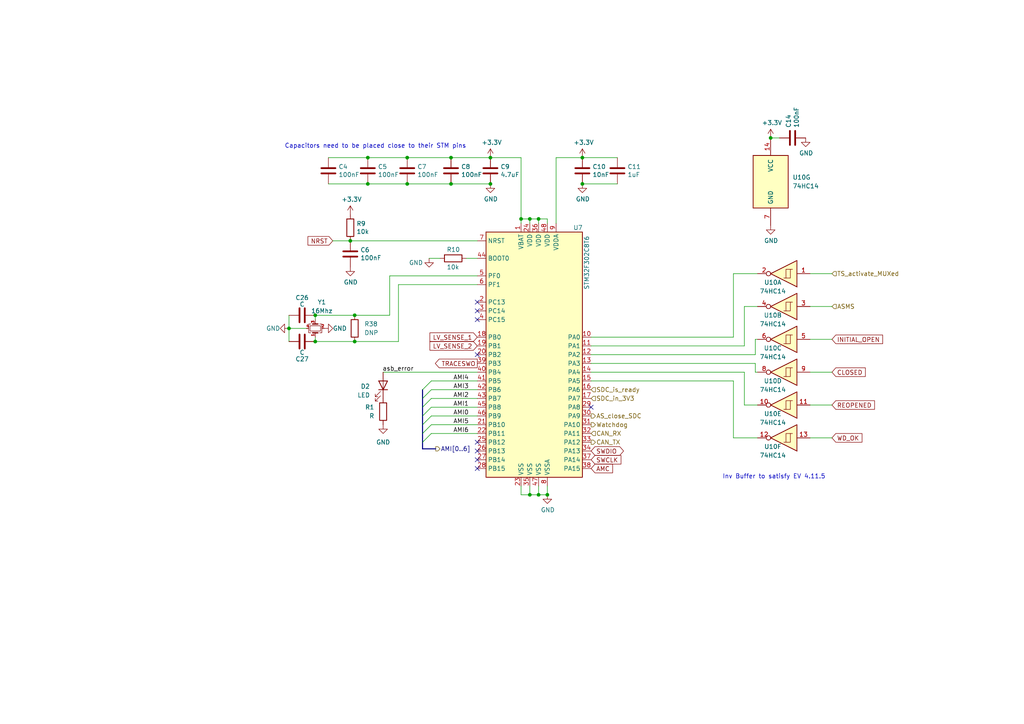
<source format=kicad_sch>
(kicad_sch (version 20211123) (generator eeschema)
  (paper "A4")
  (title_block (title "SDCL - CU") (date "2021-12-16") (rev "v1.0") (company "FaSTTUBe - Formula Student Team TU Berlin") (comment 1 "Car 113") (comment 2 "EBS Electronics") (comment 3 "CU for CAN Bus connection to supervisor"))
  (lib_symbols
    (symbol "74xx:74HC14" (pin_names (offset 1.016))
      (property "Reference" "U" (at 0 1.27 0))
      (property "Value" "74HC14" (at 0 -1.27 0))
      (symbol "74HC14_1_0"
        (polyline (pts (xy -3.81 3.81) (xy -3.81 -3.81) (xy 3.81 0) (xy -3.81 3.81)) (stroke (width 0.254)) (fill (type background)))
        (pin input line (at -7.62 0 0) (length 3.81) (name "~") (number "1"))
        (pin output inverted (at 7.62 0 180) (length 3.81) (name "~") (number "2"))
      )
      (symbol "74HC14_1_1"
        (polyline (pts (xy -1.905 -1.27) (xy -1.905 1.27) (xy -0.635 1.27)))
        (polyline (pts (xy -2.54 -1.27) (xy -0.635 -1.27) (xy -0.635 1.27) (xy 0 1.27)))
      )
      (symbol "74HC14_2_0"
        (polyline (pts (xy -3.81 3.81) (xy -3.81 -3.81) (xy 3.81 0) (xy -3.81 3.81)) (stroke (width 0.254)) (fill (type background)))
        (pin input line (at -7.62 0 0) (length 3.81) (name "~") (number "3"))
        (pin output inverted (at 7.62 0 180) (length 3.81) (name "~") (number "4"))
      )
      (symbol "74HC14_2_1"
        (polyline (pts (xy -1.905 -1.27) (xy -1.905 1.27) (xy -0.635 1.27)))
        (polyline (pts (xy -2.54 -1.27) (xy -0.635 -1.27) (xy -0.635 1.27) (xy 0 1.27)))
      )
      (symbol "74HC14_3_0"
        (polyline (pts (xy -3.81 3.81) (xy -3.81 -3.81) (xy 3.81 0) (xy -3.81 3.81)) (stroke (width 0.254)) (fill (type background)))
        (pin input line (at -7.62 0 0) (length 3.81) (name "~") (number "5"))
        (pin output inverted (at 7.62 0 180) (length 3.81) (name "~") (number "6"))
      )
      (symbol "74HC14_3_1"
        (polyline (pts (xy -1.905 -1.27) (xy -1.905 1.27) (xy -0.635 1.27)))
        (polyline (pts (xy -2.54 -1.27) (xy -0.635 -1.27) (xy -0.635 1.27) (xy 0 1.27)))
      )
      (symbol "74HC14_4_0"
        (polyline (pts (xy -3.81 3.81) (xy -3.81 -3.81) (xy 3.81 0) (xy -3.81 3.81)) (stroke (width 0.254)) (fill (type background)))
        (pin output inverted (at 7.62 0 180) (length 3.81) (name "~") (number "8"))
        (pin input line (at -7.62 0 0) (length 3.81) (name "~") (number "9"))
      )
      (symbol "74HC14_4_1"
        (polyline (pts (xy -1.905 -1.27) (xy -1.905 1.27) (xy -0.635 1.27)))
        (polyline (pts (xy -2.54 -1.27) (xy -0.635 -1.27) (xy -0.635 1.27) (xy 0 1.27)))
      )
      (symbol "74HC14_5_0"
        (polyline (pts (xy -3.81 3.81) (xy -3.81 -3.81) (xy 3.81 0) (xy -3.81 3.81)) (stroke (width 0.254)) (fill (type background)))
        (pin output inverted (at 7.62 0 180) (length 3.81) (name "~") (number "10"))
        (pin input line (at -7.62 0 0) (length 3.81) (name "~") (number "11"))
      )
      (symbol "74HC14_5_1"
        (polyline (pts (xy -1.905 -1.27) (xy -1.905 1.27) (xy -0.635 1.27)))
        (polyline (pts (xy -2.54 -1.27) (xy -0.635 -1.27) (xy -0.635 1.27) (xy 0 1.27)))
      )
      (symbol "74HC14_6_0"
        (polyline (pts (xy -3.81 3.81) (xy -3.81 -3.81) (xy 3.81 0) (xy -3.81 3.81)) (stroke (width 0.254)) (fill (type background)))
        (pin output inverted (at 7.62 0 180) (length 3.81) (name "~") (number "12"))
        (pin input line (at -7.62 0 0) (length 3.81) (name "~") (number "13"))
      )
      (symbol "74HC14_6_1"
        (polyline (pts (xy -1.905 -1.27) (xy -1.905 1.27) (xy -0.635 1.27)))
        (polyline (pts (xy -2.54 -1.27) (xy -0.635 -1.27) (xy -0.635 1.27) (xy 0 1.27)))
      )
      (symbol "74HC14_7_0"
        (pin power_in line (at 0 12.7 270) (length 5.08) (name "VCC") (number "14"))
        (pin power_in line (at 0 -12.7 90) (length 5.08) (name "GND") (number "7"))
      )
      (symbol "74HC14_7_1"
        (rectangle (start -5.08 7.62) (end 5.08 -7.62) (stroke (width 0.254)) (fill (type background)))
      )
    )
    (symbol "Device:C" (pin_numbers hide) (pin_names (offset 0.254))
      (property "Reference" "C" (at 0.635 2.54 0))
      (property "Value" "C" (at 0.635 -2.54 0))
      (symbol "C_0_1"
        (polyline (pts (xy -2.032 -0.762) (xy 2.032 -0.762)) (stroke (width 0.508)))
        (polyline (pts (xy -2.032 0.762) (xy 2.032 0.762)) (stroke (width 0.508)))
      )
      (symbol "C_1_1"
        (pin passive line (at 0 3.81 270) (length 2.794) (name "~") (number "1"))
        (pin passive line (at 0 -3.81 90) (length 2.794) (name "~") (number "2"))
      )
    )
    (symbol "Device:Crystal_GND24_Small" (pin_names (offset 1.016) hide)
      (property "Reference" "Y" (at 1.27 4.445 0))
      (property "Value" "Crystal_GND24_Small" (at 1.27 2.54 0))
      (symbol "Crystal_GND24_Small_0_1"
        (rectangle (start -0.762 -1.524) (end 0.762 1.524))
        (polyline (pts (xy -1.27 -0.762) (xy -1.27 0.762)) (stroke (width 0.381)))
        (polyline (pts (xy 1.27 -0.762) (xy 1.27 0.762)) (stroke (width 0.381)))
        (polyline (pts (xy -1.27 -1.27) (xy -1.27 -1.905) (xy 1.27 -1.905) (xy 1.27 -1.27)))
        (polyline (pts (xy -1.27 1.27) (xy -1.27 1.905) (xy 1.27 1.905) (xy 1.27 1.27)))
      )
      (symbol "Crystal_GND24_Small_1_1"
        (pin passive line (at -2.54 0 0) (length 1.27) (name "1") (number "1"))
        (pin passive line (at 0 -2.54 90) (length 0.635) (name "2") (number "2"))
        (pin passive line (at 2.54 0 180) (length 1.27) (name "3") (number "3"))
        (pin passive line (at 0 2.54 270) (length 0.635) (name "4") (number "4"))
      )
    )
    (symbol "Device:LED" (pin_numbers hide) (pin_names (offset 1.016) hide)
      (property "Reference" "D" (at 0 2.54 0))
      (property "Value" "LED" (at 0 -2.54 0))
      (symbol "LED_0_1"
        (polyline (pts (xy -1.27 -1.27) (xy -1.27 1.27)) (stroke (width 0.254)))
        (polyline (pts (xy -1.27 0) (xy 1.27 0)))
        (polyline (pts (xy 1.27 -1.27) (xy 1.27 1.27) (xy -1.27 0) (xy 1.27 -1.27)) (stroke (width 0.254)))
        (polyline (pts (xy -3.048 -0.762) (xy -4.572 -2.286) (xy -3.81 -2.286) (xy -4.572 -2.286) (xy -4.572 -1.524)))
        (polyline (pts (xy -1.778 -0.762) (xy -3.302 -2.286) (xy -2.54 -2.286) (xy -3.302 -2.286) (xy -3.302 -1.524)))
      )
      (symbol "LED_1_1"
        (pin passive line (at -3.81 0 0) (length 2.54) (name "K") (number "1"))
        (pin passive line (at 3.81 0 180) (length 2.54) (name "A") (number "2"))
      )
    )
    (symbol "Device:R" (pin_numbers hide) (pin_names (offset 0))
      (property "Reference" "R" (at 2.032 0 90))
      (property "Value" "R" (at 0 0 90))
      (symbol "R_0_1"
        (rectangle (start -1.016 -2.54) (end 1.016 2.54) (stroke (width 0.254)))
      )
      (symbol "R_1_1"
        (pin passive line (at 0 3.81 270) (length 1.27) (name "~") (number "1"))
        (pin passive line (at 0 -3.81 90) (length 1.27) (name "~") (number "2"))
      )
    )
    (symbol "MCU_ST_STM32F3:STM32F302C8Tx"
      (property "Reference" "U" (at -15.24 36.83 0))
      (property "Value" "STM32F302C8Tx" (at 7.62 36.83 0))
      (symbol "STM32F302C8Tx_0_1"
        (rectangle (start -15.24 -35.56) (end 12.7 35.56) (stroke (width 0.254)) (fill (type background)))
      )
      (symbol "STM32F302C8Tx_1_1"
        (pin power_in line (at -5.08 38.1 270) (length 2.54) (name "VBAT") (number "1"))
        (pin bidirectional line (at 15.24 5.08 180) (length 2.54) (name "PA0") (number "10"))
        (pin bidirectional line (at 15.24 2.54 180) (length 2.54) (name "PA1") (number "11"))
        (pin bidirectional line (at 15.24 0 180) (length 2.54) (name "PA2") (number "12"))
        (pin bidirectional line (at 15.24 -2.54 180) (length 2.54) (name "PA3") (number "13"))
        (pin bidirectional line (at 15.24 -5.08 180) (length 2.54) (name "PA4") (number "14"))
        (pin bidirectional line (at 15.24 -7.62 180) (length 2.54) (name "PA5") (number "15"))
        (pin bidirectional line (at 15.24 -10.16 180) (length 2.54) (name "PA6") (number "16"))
        (pin bidirectional line (at 15.24 -12.7 180) (length 2.54) (name "PA7") (number "17"))
        (pin bidirectional line (at -17.78 5.08 0) (length 2.54) (name "PB0") (number "18"))
        (pin bidirectional line (at -17.78 2.54 0) (length 2.54) (name "PB1") (number "19"))
        (pin bidirectional line (at -17.78 15.24 0) (length 2.54) (name "PC13") (number "2"))
        (pin bidirectional line (at -17.78 0 0) (length 2.54) (name "PB2") (number "20"))
        (pin bidirectional line (at -17.78 -20.32 0) (length 2.54) (name "PB10") (number "21"))
        (pin bidirectional line (at -17.78 -22.86 0) (length 2.54) (name "PB11") (number "22"))
        (pin power_in line (at -5.08 -38.1 90) (length 2.54) (name "VSS") (number "23"))
        (pin power_in line (at -2.54 38.1 270) (length 2.54) (name "VDD") (number "24"))
        (pin bidirectional line (at -17.78 -25.4 0) (length 2.54) (name "PB12") (number "25"))
        (pin bidirectional line (at -17.78 -27.94 0) (length 2.54) (name "PB13") (number "26"))
        (pin bidirectional line (at -17.78 -30.48 0) (length 2.54) (name "PB14") (number "27"))
        (pin bidirectional line (at -17.78 -33.02 0) (length 2.54) (name "PB15") (number "28"))
        (pin bidirectional line (at 15.24 -15.24 180) (length 2.54) (name "PA8") (number "29"))
        (pin bidirectional line (at -17.78 12.7 0) (length 2.54) (name "PC14") (number "3"))
        (pin bidirectional line (at 15.24 -17.78 180) (length 2.54) (name "PA9") (number "30"))
        (pin bidirectional line (at 15.24 -20.32 180) (length 2.54) (name "PA10") (number "31"))
        (pin bidirectional line (at 15.24 -22.86 180) (length 2.54) (name "PA11") (number "32"))
        (pin bidirectional line (at 15.24 -25.4 180) (length 2.54) (name "PA12") (number "33"))
        (pin bidirectional line (at 15.24 -27.94 180) (length 2.54) (name "PA13") (number "34"))
        (pin power_in line (at -2.54 -38.1 90) (length 2.54) (name "VSS") (number "35"))
        (pin power_in line (at 0 38.1 270) (length 2.54) (name "VDD") (number "36"))
        (pin bidirectional line (at 15.24 -30.48 180) (length 2.54) (name "PA14") (number "37"))
        (pin bidirectional line (at 15.24 -33.02 180) (length 2.54) (name "PA15") (number "38"))
        (pin bidirectional line (at -17.78 -2.54 0) (length 2.54) (name "PB3") (number "39"))
        (pin bidirectional line (at -17.78 10.16 0) (length 2.54) (name "PC15") (number "4"))
        (pin bidirectional line (at -17.78 -5.08 0) (length 2.54) (name "PB4") (number "40"))
        (pin bidirectional line (at -17.78 -7.62 0) (length 2.54) (name "PB5") (number "41"))
        (pin bidirectional line (at -17.78 -10.16 0) (length 2.54) (name "PB6") (number "42"))
        (pin bidirectional line (at -17.78 -12.7 0) (length 2.54) (name "PB7") (number "43"))
        (pin input line (at -17.78 27.94 0) (length 2.54) (name "BOOT0") (number "44"))
        (pin bidirectional line (at -17.78 -15.24 0) (length 2.54) (name "PB8") (number "45"))
        (pin bidirectional line (at -17.78 -17.78 0) (length 2.54) (name "PB9") (number "46"))
        (pin power_in line (at 0 -38.1 90) (length 2.54) (name "VSS") (number "47"))
        (pin power_in line (at 2.54 38.1 270) (length 2.54) (name "VDD") (number "48"))
        (pin input line (at -17.78 22.86 0) (length 2.54) (name "PF0") (number "5"))
        (pin input line (at -17.78 20.32 0) (length 2.54) (name "PF1") (number "6"))
        (pin input line (at -17.78 33.02 0) (length 2.54) (name "NRST") (number "7"))
        (pin power_in line (at 2.54 -38.1 90) (length 2.54) (name "VSSA") (number "8"))
        (pin power_in line (at 5.08 38.1 270) (length 2.54) (name "VDDA") (number "9"))
      )
    )
    (symbol "power:+3.3V" (power) (pin_names (offset 0))
      (property "Value" "+3.3V" (at 0 3.556 0))
      (symbol "+3.3V_0_1"
        (polyline (pts (xy -0.762 1.27) (xy 0 2.54)))
        (polyline (pts (xy 0 0) (xy 0 2.54)))
        (polyline (pts (xy 0 2.54) (xy 0.762 1.27)))
      )
      (symbol "+3.3V_1_1"
        (pin power_in line (at 0 0 90) (length 0) hide (name "+3.3V") (number "1"))
      )
    )
    (symbol "power:GND" (power) (pin_names (offset 0))
      (property "Value" "GND" (at 0 -3.81 0))
      (symbol "GND_0_1"
        (polyline (pts (xy 0 0) (xy 0 -1.27) (xy 1.27 -1.27) (xy 0 -2.54) (xy -1.27 -1.27) (xy 0 -1.27)))
      )
      (symbol "GND_1_1"
        (pin power_in line (at 0 0 270) (length 0) hide (name "GND") (number "1"))
      )
    )
  )
  (junction (at 223.52 40.005))
  (junction (at 106.68 45.72))
  (junction (at 142.24 53.34))
  (junction (at 83.82 95.25))
  (junction (at 102.87 91.44))
  (junction (at 118.11 45.72))
  (junction (at 118.11 53.34))
  (junction (at 106.68 53.34))
  (junction (at 153.67 63.5))
  (junction (at 168.91 45.72))
  (junction (at 130.81 53.34))
  (junction (at 102.87 99.06))
  (junction (at 91.44 99.06))
  (junction (at 142.24 45.72))
  (junction (at 158.75 143.51))
  (junction (at 101.6 69.85))
  (junction (at 156.21 63.5))
  (junction (at 153.67 143.51))
  (junction (at 151.13 63.5))
  (junction (at 130.81 45.72))
  (junction (at 156.21 143.51))
  (junction (at 91.44 91.44))
  (junction (at 168.91 53.34))
  (no_connect (at 138.43 133.35))
  (no_connect (at 138.43 92.71))
  (no_connect (at 138.43 87.63))
  (no_connect (at 138.43 128.27))
  (no_connect (at 171.45 118.11))
  (no_connect (at 138.43 90.17))
  (no_connect (at 138.43 102.87))
  (no_connect (at 138.43 130.81))
  (no_connect (at 138.43 135.89))
  (bus_entry (at 122.555 118.11) (size 2.54 -2.54))
  (bus_entry (at 122.555 120.65) (size 2.54 -2.54))
  (bus_entry (at 122.555 123.19) (size 2.54 -2.54))
  (bus_entry (at 122.555 125.73) (size 2.54 -2.54))
  (bus_entry (at 122.555 128.27) (size 2.54 -2.54))
  (bus_entry (at 122.555 113.03) (size 2.54 -2.54))
  (bus_entry (at 122.555 115.57) (size 2.54 -2.54))
  (wire (pts (xy 153.67 63.5) (xy 153.67 64.77)))
  (wire (pts (xy 212.725 79.375) (xy 219.71 79.375)))
  (wire (pts (xy 127.635 74.93) (xy 124.46 74.93)))
  (wire (pts (xy 158.75 63.5) (xy 156.21 63.5)))
  (wire (pts (xy 161.29 45.72) (xy 161.29 64.77)))
  (wire (pts (xy 125.095 120.65) (xy 138.43 120.65)))
  (wire (pts (xy 153.67 140.97) (xy 153.67 143.51)))
  (wire (pts (xy 219.71 88.9) (xy 215.9 88.9)))
  (wire (pts (xy 156.21 140.97) (xy 156.21 143.51)))
  (wire (pts (xy 158.75 64.77) (xy 158.75 63.5)))
  (wire (pts (xy 158.75 143.51) (xy 156.21 143.51)))
  (wire (pts (xy 219.075 98.425) (xy 219.075 102.87)))
  (wire (pts (xy 130.81 53.34) (xy 142.24 53.34)))
  (wire (pts (xy 115.57 82.55) (xy 115.57 99.06)))
  (wire (pts (xy 125.095 118.11) (xy 138.43 118.11)))
  (bus (pts (xy 122.555 113.03) (xy 122.555 115.57)))
  (wire (pts (xy 168.91 53.34) (xy 179.07 53.34)))
  (wire (pts (xy 219.075 98.425) (xy 219.71 98.425)))
  (wire (pts (xy 142.24 45.72) (xy 151.13 45.72)))
  (wire (pts (xy 96.52 69.85) (xy 101.6 69.85)))
  (wire (pts (xy 91.44 91.44) (xy 102.87 91.44)))
  (wire (pts (xy 83.82 95.25) (xy 88.9 95.25)))
  (wire (pts (xy 156.21 63.5) (xy 153.67 63.5)))
  (bus (pts (xy 122.555 130.175) (xy 126.365 130.175)))
  (wire (pts (xy 91.44 92.71) (xy 91.44 91.44)))
  (wire (pts (xy 212.725 127) (xy 212.725 110.49)))
  (bus (pts (xy 122.555 128.27) (xy 122.555 130.175)))
  (bus (pts (xy 122.555 118.11) (xy 122.555 120.65)))
  (wire (pts (xy 113.03 80.01) (xy 138.43 80.01)))
  (wire (pts (xy 125.095 125.73) (xy 138.43 125.73)))
  (wire (pts (xy 219.075 107.95) (xy 219.075 105.41)))
  (wire (pts (xy 234.95 127) (xy 241.3 127)))
  (wire (pts (xy 226.06 40.005) (xy 223.52 40.005)))
  (wire (pts (xy 161.29 45.72) (xy 168.91 45.72)))
  (wire (pts (xy 113.03 91.44) (xy 113.03 80.01)))
  (bus (pts (xy 122.555 115.57) (xy 122.555 118.11)))
  (wire (pts (xy 219.71 117.475) (xy 215.9 117.475)))
  (wire (pts (xy 171.45 97.79) (xy 212.725 97.79)))
  (wire (pts (xy 101.6 69.85) (xy 138.43 69.85)))
  (wire (pts (xy 158.75 140.97) (xy 158.75 143.51)))
  (wire (pts (xy 219.075 102.87) (xy 171.45 102.87)))
  (wire (pts (xy 215.9 100.33) (xy 171.45 100.33)))
  (wire (pts (xy 125.095 115.57) (xy 138.43 115.57)))
  (wire (pts (xy 115.57 82.55) (xy 138.43 82.55)))
  (wire (pts (xy 212.725 97.79) (xy 212.725 79.375)))
  (wire (pts (xy 138.43 107.95) (xy 111.125 107.95)))
  (wire (pts (xy 168.91 45.72) (xy 179.07 45.72)))
  (bus (pts (xy 122.555 123.19) (xy 122.555 125.73)))
  (wire (pts (xy 156.21 143.51) (xy 153.67 143.51)))
  (wire (pts (xy 215.9 88.9) (xy 215.9 100.33)))
  (wire (pts (xy 125.095 110.49) (xy 138.43 110.49)))
  (bus (pts (xy 122.555 125.73) (xy 122.555 128.27)))
  (wire (pts (xy 215.9 117.475) (xy 215.9 107.95)))
  (wire (pts (xy 234.95 117.475) (xy 241.3 117.475)))
  (wire (pts (xy 234.95 107.95) (xy 241.3 107.95)))
  (wire (pts (xy 219.075 105.41) (xy 171.45 105.41)))
  (bus (pts (xy 122.555 120.65) (xy 122.555 123.19)))
  (wire (pts (xy 125.095 123.19) (xy 138.43 123.19)))
  (wire (pts (xy 125.095 113.03) (xy 138.43 113.03)))
  (wire (pts (xy 135.255 74.93) (xy 138.43 74.93)))
  (wire (pts (xy 234.95 98.425) (xy 241.3 98.425)))
  (wire (pts (xy 219.075 107.95) (xy 219.71 107.95)))
  (wire (pts (xy 83.82 91.44) (xy 83.82 95.25)))
  (wire (pts (xy 95.25 53.34) (xy 106.68 53.34)))
  (wire (pts (xy 91.44 97.79) (xy 91.44 99.06)))
  (wire (pts (xy 151.13 140.97) (xy 151.13 143.51)))
  (wire (pts (xy 106.68 45.72) (xy 118.11 45.72)))
  (wire (pts (xy 219.71 127) (xy 212.725 127)))
  (wire (pts (xy 151.13 143.51) (xy 153.67 143.51)))
  (wire (pts (xy 106.68 53.34) (xy 118.11 53.34)))
  (wire (pts (xy 215.9 107.95) (xy 171.45 107.95)))
  (wire (pts (xy 83.82 95.25) (xy 83.82 99.06)))
  (wire (pts (xy 91.44 99.06) (xy 102.87 99.06)))
  (wire (pts (xy 102.87 91.44) (xy 113.03 91.44)))
  (wire (pts (xy 234.95 79.375) (xy 241.3 79.375)))
  (wire (pts (xy 234.95 88.9) (xy 241.3 88.9)))
  (wire (pts (xy 106.68 45.72) (xy 95.25 45.72)))
  (wire (pts (xy 212.725 110.49) (xy 171.45 110.49)))
  (wire (pts (xy 151.13 63.5) (xy 151.13 64.77)))
  (wire (pts (xy 151.13 45.72) (xy 151.13 63.5)))
  (wire (pts (xy 118.11 53.34) (xy 130.81 53.34)))
  (wire (pts (xy 156.21 64.77) (xy 156.21 63.5)))
  (wire (pts (xy 153.67 63.5) (xy 151.13 63.5)))
  (wire (pts (xy 102.87 99.06) (xy 115.57 99.06)))
  (wire (pts (xy 118.11 45.72) (xy 130.81 45.72)))
  (wire (pts (xy 130.81 45.72) (xy 142.24 45.72)))
  (text "Capacitors need to be placed close to their STM pins" (at 82.55 43.18 0) (effects (font (size 1.27 1.27)) (justify left bottom)))
  (text "Inv Buffer to satisfy EV 4.11.5" (at 209.55 139.065 0) (effects (font (size 1.27 1.27)) (justify left bottom)))
  (label "AMI3" (at 131.445 113.03 0))
  (label "AMI4" (at 131.445 110.49 0))
  (label "AMI2" (at 131.445 115.57 0))
  (label "AMI0" (at 131.445 120.65 0))
  (label "AMI6" (at 131.445 125.73 0))
  (label "AMI5" (at 131.445 123.19 0))
  (label "AMI1" (at 131.445 118.11 0))
  (label "asb_error" (at 120.015 107.95 180))
  (global_label "REOPENED" (shape input) (at 241.3 117.475 0) (property "Intersheet References" "${INTERSHEET_REFS}" (effects hide)))
  (global_label "CLOSED" (shape input) (at 241.3 107.95 0) (property "Intersheet References" "${INTERSHEET_REFS}" (effects hide)))
  (global_label "WD_OK" (shape input) (at 241.3 127 0) (property "Intersheet References" "${INTERSHEET_REFS}" (effects hide)))
  (global_label "LV_SENSE_2" (shape input) (at 138.43 100.33 180) (property "Intersheet References" "${INTERSHEET_REFS}" (effects hide)))
  (global_label "LV_SENSE_1" (shape input) (at 138.43 97.79 180) (property "Intersheet References" "${INTERSHEET_REFS}" (effects hide)))
  (global_label "SWDIO" (shape bidirectional) (at 171.45 130.81 0) (property "Intersheet References" "${INTERSHEET_REFS}" (effects hide)))
  (global_label "INITIAL_OPEN" (shape input) (at 241.3 98.425 0) (property "Intersheet References" "${INTERSHEET_REFS}" (effects hide)))
  (global_label "NRST" (shape input) (at 96.52 69.85 180) (property "Intersheet References" "${INTERSHEET_REFS}" (effects hide)))
  (global_label "AMC" (shape input) (at 171.45 135.89 0) (property "Intersheet References" "${INTERSHEET_REFS}" (effects hide)))
  (global_label "TRACESWO" (shape output) (at 138.43 105.41 180) (property "Intersheet References" "${INTERSHEET_REFS}" (effects hide)))
  (global_label "SWCLK" (shape input) (at 171.45 133.35 0) (property "Intersheet References" "${INTERSHEET_REFS}" (effects hide)))
  (hierarchical_label "SDC_is_ready" (shape input) (at 171.45 113.03 0))
  (hierarchical_label "CAN_RX" (shape input) (at 171.45 125.73 0))
  (hierarchical_label "CAN_TX" (shape output) (at 171.45 128.27 0))
  (hierarchical_label "ASMS" (shape input) (at 241.3 88.9 0))
  (hierarchical_label "AS_close_SDC" (shape output) (at 171.45 120.65 0))
  (hierarchical_label "TS_activate_MUXed" (shape input) (at 241.3 79.375 0))
  (hierarchical_label "Watchdog" (shape output) (at 171.45 123.19 0))
  (hierarchical_label "SDC_in_3V3" (shape input) (at 171.45 115.57 0))
  (hierarchical_label "AMI[0..6]" (shape output) (at 126.365 130.175 0))
  (symbol (lib_id "Device:C") (at 130.81 49.53 0) (unit 1)
    (property "Reference" "C8" (at 133.731 48.3616 0) (effects (justify left)))
    (property "Value" "100nF" (at 133.731 50.673 0) (effects (justify left)))
    (property "Footprint" "Capacitor_SMD:C_0603_1608Metric_Pad1.08x0.95mm_HandSolder" (effects hide))
  )
  (symbol (lib_id "Device:C") (at 142.24 49.53 0) (unit 1)
    (property "Reference" "C9" (at 145.161 48.3616 0) (effects (justify left)))
    (property "Value" "4.7uF" (at 145.161 50.673 0) (effects (justify left)))
    (property "Footprint" "Capacitor_SMD:C_0603_1608Metric_Pad1.08x0.95mm_HandSolder" (effects hide))
  )
  (symbol (lib_id "Device:C") (at 118.11 49.53 0) (unit 1)
    (property "Reference" "C7" (at 121.031 48.3616 0) (effects (justify left)))
    (property "Value" "100nF" (at 121.031 50.673 0) (effects (justify left)))
    (property "Footprint" "Capacitor_SMD:C_0603_1608Metric_Pad1.08x0.95mm_HandSolder" (effects hide))
  )
  (symbol (lib_id "Device:C") (at 106.68 49.53 0) (unit 1)
    (property "Reference" "C5" (at 109.601 48.3616 0) (effects (justify left)))
    (property "Value" "100nF" (at 109.601 50.673 0) (effects (justify left)))
    (property "Footprint" "Capacitor_SMD:C_0603_1608Metric_Pad1.08x0.95mm_HandSolder" (effects hide))
  )
  (symbol (lib_id "Device:C") (at 95.25 49.53 0) (unit 1)
    (property "Reference" "C4" (at 98.171 48.3616 0) (effects (justify left)))
    (property "Value" "100nF" (at 98.171 50.673 0) (effects (justify left)))
    (property "Footprint" "Capacitor_SMD:C_0603_1608Metric_Pad1.08x0.95mm_HandSolder" (effects hide))
  )
  (symbol (lib_id "power:GND") (at 142.24 53.34 0) (unit 1)
    (property "Reference" "#PWR0133" (effects hide))
    (property "Value" "GND" (at 142.367 57.7342 0))
  )
  (symbol (lib_id "power:GND") (at 158.75 143.51 0) (unit 1)
    (property "Reference" "#PWR0140" (effects hide))
    (property "Value" "GND" (at 158.877 147.9042 0))
  )
  (symbol (lib_id "Device:C") (at 168.91 49.53 0) (unit 1)
    (property "Reference" "C10" (at 171.831 48.3616 0) (effects (justify left)))
    (property "Value" "10nF" (at 171.831 50.673 0) (effects (justify left)))
    (property "Footprint" "Capacitor_SMD:C_0603_1608Metric_Pad1.08x0.95mm_HandSolder" (effects hide))
  )
  (symbol (lib_id "Device:C") (at 179.07 49.53 0) (unit 1)
    (property "Reference" "C11" (at 181.991 48.3616 0) (effects (justify left)))
    (property "Value" "1uF" (at 181.991 50.673 0) (effects (justify left)))
    (property "Footprint" "Capacitor_SMD:C_0603_1608Metric_Pad1.08x0.95mm_HandSolder" (effects hide))
  )
  (symbol (lib_id "power:GND") (at 168.91 53.34 0) (unit 1)
    (property "Reference" "#PWR0134" (effects hide))
    (property "Value" "GND" (at 169.037 57.7342 0))
  )
  (symbol (lib_id "Device:R") (at 131.445 74.93 270) (unit 1)
    (property "Reference" "R10" (at 129.54 72.39 90) (effects (justify left)))
    (property "Value" "10k" (at 129.54 77.47 90) (effects (justify left)))
    (property "Footprint" "Resistor_SMD:R_0603_1608Metric_Pad0.98x0.95mm_HandSolder" (effects hide))
  )
  (symbol (lib_id "MCU_ST_STM32F3:STM32F302C8Tx") (at 156.21 102.87 0) (unit 1)
    (property "Reference" "U7" (at 167.64 66.04 0))
    (property "Value" "STM32F302C8T6" (at 170.18 76.2 90))
    (property "Footprint" "Package_QFP:LQFP-48_7x7mm_P0.5mm" (effects hide))
    (property "Datasheet" "http://www.st.com/st-web-ui/static/active/en/resource/technical/document/datasheet/DM00093333.pdf" (effects hide))
  )
  (symbol (lib_id "power:GND") (at 124.46 74.93 0) (unit 1)
    (property "Reference" "#PWR0136" (effects hide))
    (property "Value" "GND" (at 120.65 76.2 0))
  )
  (symbol (lib_id "Device:R") (at 101.6 66.04 0) (unit 1)
    (property "Reference" "R9" (at 103.378 64.8716 0) (effects (justify left)))
    (property "Value" "10k" (at 103.378 67.183 0) (effects (justify left)))
    (property "Footprint" "Resistor_SMD:R_0603_1608Metric_Pad0.98x0.95mm_HandSolder" (effects hide))
  )
  (symbol (lib_id "Device:C") (at 101.6 73.66 0) (unit 1)
    (property "Reference" "C6" (at 104.521 72.4916 0) (effects (justify left)))
    (property "Value" "100nF" (at 104.521 74.803 0) (effects (justify left)))
    (property "Footprint" "Capacitor_SMD:C_0603_1608Metric_Pad1.08x0.95mm_HandSolder" (effects hide))
  )
  (symbol (lib_id "power:GND") (at 101.6 77.47 0) (unit 1)
    (property "Reference" "#PWR0135" (effects hide))
    (property "Value" "GND" (at 101.727 81.8642 0))
  )
  (symbol (lib_id "power:+3.3V") (at 142.24 45.72 0) (unit 1)
    (property "Reference" "#PWR0137" (effects hide))
    (property "Value" "+3.3V" (at 142.621 41.3258 0))
  )
  (symbol (lib_id "power:+3.3V") (at 168.91 45.72 0) (unit 1)
    (property "Reference" "#PWR0138" (effects hide))
    (property "Value" "+3.3V" (at 169.291 41.3258 0))
  )
  (symbol (lib_id "power:+3.3V") (at 101.6 62.23 0) (unit 1)
    (property "Reference" "#PWR0139" (effects hide))
    (property "Value" "+3.3V" (at 101.981 57.8358 0))
  )
  (symbol (lib_id "power:GND") (at 93.98 95.25 90) (unit 1)
    (property "Reference" "#PWR0166" (effects hide))
    (property "Value" "GND" (at 96.52 95.25 90) (effects (justify right)))
  )
  (symbol (lib_id "Device:C") (at 87.63 91.44 90) (unit 1)
    (property "Reference" "C26" (at 87.63 86.36 90))
    (property "Value" "C" (at 87.63 88.265 90))
    (property "Footprint" "Capacitor_SMD:C_0603_1608Metric" (effects hide))
  )
  (symbol (lib_id "74xx:74HC14") (at 227.33 127 180) (unit 6)
    (property "Reference" "U10" (at 224.155 129.54 0))
    (property "Value" "74HC14" (at 224.155 132.08 0))
    (property "Footprint" "Package_SO:SOIC-14_3.9x8.7mm_P1.27mm" (effects hide))
    (property "Datasheet" "http://www.ti.com/lit/gpn/sn74HC14" (effects hide))
  )
  (symbol (lib_id "74xx:74HC14") (at 223.52 52.705 0) (unit 7)
    (property "Reference" "U10" (at 229.87 51.4349 0) (effects (justify left)))
    (property "Value" "74HC14" (at 229.87 53.9749 0) (effects (justify left)))
    (property "Footprint" "Package_SO:SOIC-14_3.9x8.7mm_P1.27mm" (effects hide))
    (property "Datasheet" "http://www.ti.com/lit/gpn/sn74HC14" (effects hide))
  )
  (symbol (lib_id "74xx:74HC14") (at 227.33 107.95 180) (unit 4)
    (property "Reference" "U10" (at 224.155 110.49 0))
    (property "Value" "74HC14" (at 224.155 113.03 0))
    (property "Footprint" "Package_SO:SOIC-14_3.9x8.7mm_P1.27mm" (effects hide))
    (property "Datasheet" "http://www.ti.com/lit/gpn/sn74HC14" (effects hide))
  )
  (symbol (lib_id "Device:Crystal_GND24_Small") (at 91.44 95.25 90) (unit 1)
    (property "Reference" "Y1" (at 93.345 87.63 90))
    (property "Value" "16Mhz" (at 93.345 90.17 90))
    (property "Footprint" "Crystal:Crystal_SMD_2520-4Pin_2.5x2.0mm" (effects hide))
  )
  (symbol (lib_id "power:GND") (at 223.52 65.405 0) (unit 1)
    (property "Reference" "#PWR03" (effects hide))
    (property "Value" "GND" (at 223.647 69.7992 0))
  )
  (symbol (lib_id "power:GND") (at 233.68 40.005 0) (unit 1)
    (property "Reference" "#PWR04" (effects hide))
    (property "Value" "GND" (at 233.807 44.3992 0))
  )
  (symbol (lib_id "74xx:74HC14") (at 227.33 98.425 180) (unit 3)
    (property "Reference" "U10" (at 224.155 100.965 0))
    (property "Value" "74HC14" (at 224.155 103.505 0))
    (property "Footprint" "Package_SO:SOIC-14_3.9x8.7mm_P1.27mm" (effects hide))
    (property "Datasheet" "http://www.ti.com/lit/gpn/sn74HC14" (effects hide))
  )
  (symbol (lib_id "Device:R") (at 102.87 95.25 0) (unit 1)
    (property "Reference" "R38" (at 105.664 93.9799 0) (effects (justify left)))
    (property "Value" "DNP" (at 105.664 96.5199 0) (effects (justify left)))
    (property "Footprint" "Resistor_SMD:R_0603_1608Metric" (effects hide))
  )
  (symbol (lib_id "power:GND") (at 83.82 95.25 270) (unit 1)
    (property "Reference" "#PWR0165" (effects hide))
    (property "Value" "GND" (at 81.28 95.25 90) (effects (justify right)))
  )
  (symbol (lib_id "Device:LED") (at 111.125 111.76 270) (mirror x) (unit 1)
    (property "Reference" "D2" (at 107.315 112.0774 90) (effects (justify right)))
    (property "Value" "LED" (at 107.315 114.6174 90) (effects (justify right)))
    (property "Footprint" "LED_THT:LED_D5.0mm_Clear" (effects hide))
  )
  (symbol (lib_id "Device:R") (at 111.125 119.38 0) (mirror y) (unit 1)
    (property "Reference" "R1" (at 108.585 118.1099 0) (effects (justify left)))
    (property "Value" "R" (at 108.585 120.6499 0) (effects (justify left)))
    (property "Footprint" "Resistor_SMD:R_0603_1608Metric_Pad0.98x0.95mm_HandSolder" (effects hide))
  )
  (symbol (lib_id "power:GND") (at 111.125 123.19 0) (mirror y) (unit 1)
    (property "Reference" "#PWR01" (effects hide))
    (property "Value" "GND" (at 111.125 128.27 0))
  )
  (symbol (lib_id "74xx:74HC14") (at 227.33 79.375 180) (unit 1)
    (property "Reference" "U10" (at 224.155 81.915 0))
    (property "Value" "74HC14" (at 224.155 84.455 0))
    (property "Footprint" "Package_SO:SOIC-14_3.9x8.7mm_P1.27mm" (effects hide))
    (property "Datasheet" "http://www.ti.com/lit/gpn/sn74HC14" (effects hide))
  )
  (symbol (lib_id "Device:C") (at 87.63 99.06 90) (unit 1)
    (property "Reference" "C27" (at 87.63 104.14 90))
    (property "Value" "C" (at 87.63 102.235 90))
    (property "Footprint" "Capacitor_SMD:C_0603_1608Metric" (effects hide))
  )
  (symbol (lib_id "74xx:74HC14") (at 227.33 88.9 180) (unit 2)
    (property "Reference" "U10" (at 224.155 91.44 0))
    (property "Value" "74HC14" (at 224.155 93.98 0))
    (property "Footprint" "Package_SO:SOIC-14_3.9x8.7mm_P1.27mm" (effects hide))
    (property "Datasheet" "http://www.ti.com/lit/gpn/sn74HC14" (effects hide))
  )
  (symbol (lib_id "power:+3.3V") (at 223.52 40.005 0) (unit 1)
    (property "Reference" "#PWR02" (effects hide))
    (property "Value" "+3.3V" (at 223.901 35.6108 0))
  )
  (symbol (lib_id "Device:C") (at 229.87 40.005 90) (unit 1)
    (property "Reference" "C14" (at 228.7016 37.084 0) (effects (justify left)))
    (property "Value" "100nF" (at 231.013 37.084 0) (effects (justify left)))
    (property "Footprint" "Capacitor_SMD:C_0603_1608Metric_Pad1.08x0.95mm_HandSolder" (effects hide))
  )
  (symbol (lib_id "74xx:74HC14") (at 227.33 117.475 180) (unit 5)
    (property "Reference" "U10" (at 224.155 120.015 0))
    (property "Value" "74HC14" (at 224.155 122.555 0))
    (property "Footprint" "Package_SO:SOIC-14_3.9x8.7mm_P1.27mm" (effects hide))
    (property "Datasheet" "http://www.ti.com/lit/gpn/sn74HC14" (effects hide))
  )
)
</source>
